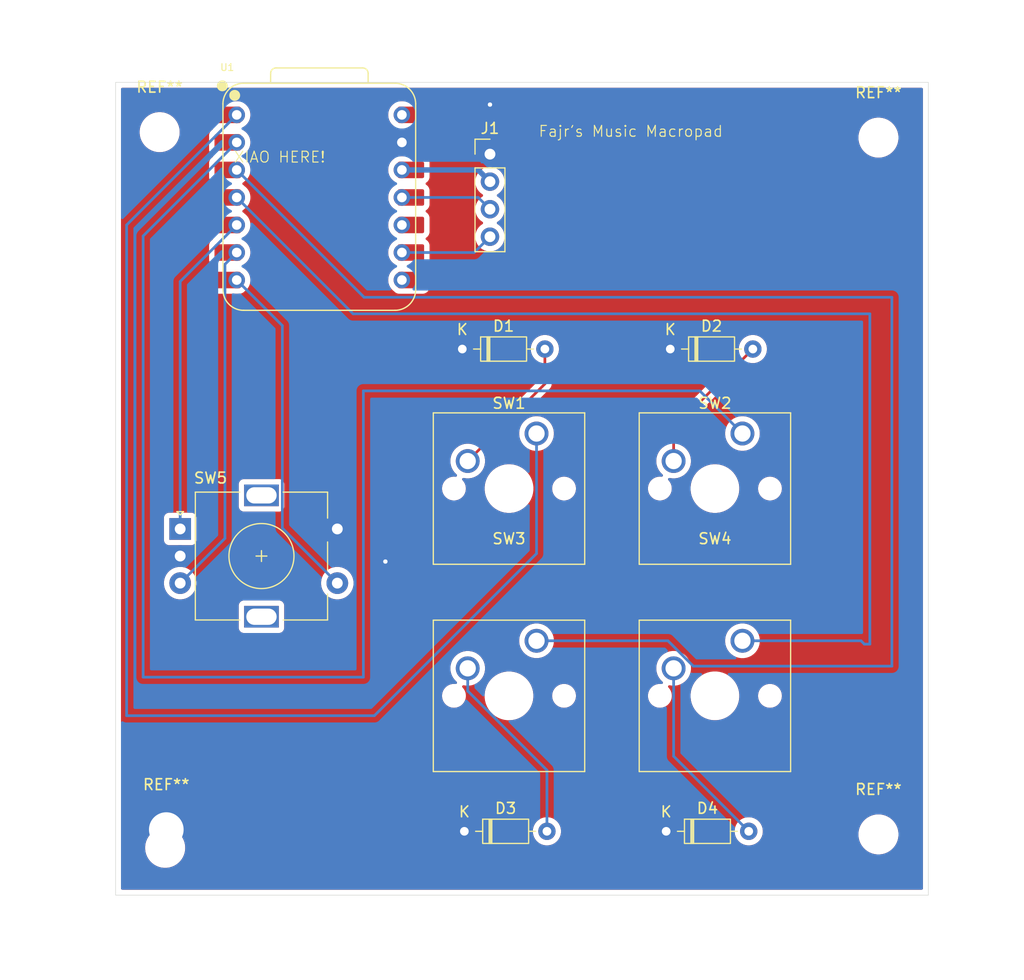
<source format=kicad_pcb>
(kicad_pcb (version 20241229) (generator "pcbnew") (generator_version "9.0")
  (layers (0 "F.Cu" signal) (2 "B.Cu" signal) (13 "F.Paste" user) (15 "B.Paste" user) (5 "F.SilkS" user "F.Silkscreen") (7 "B.SilkS" user "B.Silkscreen") (1 "F.Mask" user) (3 "B.Mask" user) (25 "Edge.Cuts" user))
  (net 0 "")
  (net 1 "Net-(D1-A)")
  (net 2 "GND")
  (net 3 "Net-(D2-A)")
  (net 4 "Net-(D3-A)")
  (net 5 "Net-(D4-A)")
  (net 6 "/I2C_SDA")
  (net 7 "+3V3")
  (net 8 "/I2C_SCL")
  (net 9 "/KEY_PLAY")
  (net 10 "/KEY_PREV")
  (net 11 "/KEY_NEXT")
  (net 12 "/KEY_REPLAY")
  (net 13 "/ENC_A")
  (net 14 "/ENC_SW")
  (net 15 "/ENC_B")
  (net 19 "VBUS")
  (footprint "Rotary_Encoder:RotaryEncoder_Alps_EC11E-Switch_Vertical_H20mm" (layer "F.Cu") (at 37.962 74.208)
    (property "Reference" "SW5" (at 2.8 -4.7 0) (layer "F.SilkS"))
    (property "Value" "RotaryEncoder_Switch")
    (fp_line (start -0.3 -1.6) (end 0.3 -1.6) (stroke (width 0.12)) (layer "F.SilkS"))
    (fp_line (start 0 -1.3) (end -0.3 -1.6) (stroke (width 0.12)) (layer "F.SilkS"))
    (fp_line (start 0.3 -1.6) (end 0 -1.3) (stroke (width 0.12)) (layer "F.SilkS"))
    (fp_line (start 1.4 -3.4) (end 1.4 8.4) (stroke (width 0.12)) (layer "F.SilkS"))
    (fp_line (start 5.5 -3.4) (end 1.4 -3.4) (stroke (width 0.12)) (layer "F.SilkS"))
    (fp_line (start 5.5 8.4) (end 1.4 8.4) (stroke (width 0.12)) (layer "F.SilkS"))
    (fp_line (start 7 2.5) (end 8 2.5) (stroke (width 0.12)) (layer "F.SilkS"))
    (fp_line (start 7.5 2) (end 7.5 3) (stroke (width 0.12)) (layer "F.SilkS"))
    (fp_line (start 9.5 -3.4) (end 13.6 -3.4) (stroke (width 0.12)) (layer "F.SilkS"))
    (fp_line (start 13.6 -3.4) (end 13.6 -1) (stroke (width 0.12)) (layer "F.SilkS"))
    (fp_line (start 13.6 1.2) (end 13.6 3.8) (stroke (width 0.12)) (layer "F.SilkS"))
    (fp_line (start 13.6 6) (end 13.6 8.4) (stroke (width 0.12)) (layer "F.SilkS"))
    (fp_line (start 13.6 8.4) (end 9.5 8.4) (stroke (width 0.12)) (layer "F.SilkS"))
    (fp_circle (center 7.5 2.5) (end 10.5 2.5) (stroke (width 0.12)) (fill no) (layer "F.SilkS"))
    (pad "A" thru_hole rect (at 0 0) (size 2 2) (drill 1) (layers "*.Cu" "*.Mask") (net 13 "/ENC_A"))
    (pad "B" thru_hole circle (at 0 5) (size 2 2) (drill 1) (layers "*.Cu" "*.Mask") (net 15 "/ENC_B"))
    (pad "C" thru_hole circle (at 0 2.5) (size 2 2) (drill 1) (layers "*.Cu" "*.Mask") (net 2 "GND"))
    (pad "MP" thru_hole rect (at 7.5 -3.1) (size 3.2 2) (drill oval 2.8 1.5) (layers "*.Cu" "*.Mask"))
    (pad "MP" thru_hole rect (at 7.5 8.1) (size 3.2 2) (drill oval 2.8 1.5) (layers "*.Cu" "*.Mask"))
    (pad "S1" thru_hole circle (at 14.5 5) (size 2 2) (drill 1) (layers "*.Cu" "*.Mask") (net 14 "/ENC_SW"))
    (pad "S2" thru_hole circle (at 14.5 0) (size 2 2) (drill 1) (layers "*.Cu" "*.Mask") (net 2 "GND"))
  )
  (footprint "MountingHole:MountingHole_3.2mm_M3" (layer "F.Cu") (at 36.068 37.592)
    (property "Reference" "REF**" (at 0 -4.15 0) (layer "F.SilkS"))
    (property "Value" "MountingHole_3.2mm_M3")
    (pad "" np_thru_hole circle (at 0 0) (size 3.2 3.2) (drill 3.2) (layers "*.Cu" "*.Mask"))
  )
  (footprint "Button_Switch_Keyboard:SW_Cherry_MX_1.00u_PCB" (layer "F.Cu") (at 89.844 84.528)
    (property "Reference" "SW4" (at -2.54 -9.42 0) (layer "F.SilkS"))
    (property "Value" "SW_Push")
    (fp_line (start -9.525 -1.905) (end 4.445 -1.905) (stroke (width 0.12)) (layer "F.SilkS"))
    (fp_line (start -9.525 12.065) (end -9.525 -1.905) (stroke (width 0.12)) (layer "F.SilkS"))
    (fp_line (start 4.445 -1.905) (end 4.445 12.065) (stroke (width 0.12)) (layer "F.SilkS"))
    (fp_line (start 4.445 12.065) (end -9.525 12.065) (stroke (width 0.12)) (layer "F.SilkS"))
    (pad "" np_thru_hole circle (at -7.62 5.08) (size 1.7 1.7) (drill 1.7) (layers "*.Cu" "*.Mask"))
    (pad "" np_thru_hole circle (at -2.54 5.08) (size 4 4) (drill 4) (layers "*.Cu" "*.Mask"))
    (pad "" np_thru_hole circle (at 2.54 5.08) (size 1.7 1.7) (drill 1.7) (layers "*.Cu" "*.Mask"))
    (pad "1" thru_hole circle (at 0 0) (size 2.2 2.2) (drill 1.5) (layers "*.Cu" "*.Mask") (net 11 "/KEY_NEXT"))
    (pad "2" thru_hole circle (at -6.35 2.54) (size 2.2 2.2) (drill 1.5) (layers "*.Cu" "*.Mask") (net 5 "Net-(D4-A)"))
  )
  (footprint "MountingHole:MountingHole_3.2mm_M3" (layer "F.Cu") (at 36.68 101.95)
    (property "Reference" "REF**" (at 0 -4.15 0) (layer "F.SilkS"))
    (property "Value" "MountingHole_3.2mm_M3")
    (pad "" np_thru_hole circle (at 0 0) (size 3.2 3.2) (drill 3.2) (layers "*.Cu" "*.Mask"))
  )
  (footprint "Diode_THT:D_DO-35_SOD27_P7.62mm_Horizontal" (layer "F.Cu") (at 83.184 57.608)
    (property "Reference" "D2" (at 3.81 -2.12 0) (layer "F.SilkS"))
    (property "Value" "1N4148")
    (fp_line (start 1.04 0) (end 1.69 0) (stroke (width 0.12)) (layer "F.SilkS"))
    (fp_line (start 2.29 -1.12) (end 2.29 1.12) (stroke (width 0.12)) (layer "F.SilkS"))
    (fp_line (start 2.41 -1.12) (end 2.41 1.12) (stroke (width 0.12)) (layer "F.SilkS"))
    (fp_line (start 2.53 -1.12) (end 2.53 1.12) (stroke (width 0.12)) (layer "F.SilkS"))
    (fp_line (start 6.58 0) (end 5.93 0) (stroke (width 0.12)) (layer "F.SilkS"))
    (fp_rect (start 1.69 -1.12) (end 5.93 1.12) (stroke (width 0.12)) (fill no) (layer "F.SilkS"))
    (fp_text user "K" (at 0 -1.8 0) (layer "F.SilkS"))
    (pad "1" thru_hole roundrect (at 0 0) (size 1.6 1.6) (drill 0.8) (layers "*.Cu" "*.Mask") (roundrect_rratio 0.15625) (net 2 "GND"))
    (pad "2" thru_hole circle (at 7.62 0) (size 1.6 1.6) (drill 0.8) (layers "*.Cu" "*.Mask") (net 3 "Net-(D2-A)"))
  )
  (footprint "Seeed_XIAO:XIAO-RP2040-DIP" (layer "F.Cu") (at 50.8 43.62)
    (property "Reference" "U1" (at -8.5 -12 0) (layer "F.SilkS") (effects (font (size 0.635 0.635) (thickness 0.1016))))
    (property "Value" "XIAO-RP2040-DIP")
    (fp_line (start -8.89 8.509) (end -8.89 -8.636) (stroke (width 0.127)) (layer "F.SilkS"))
    (fp_line (start -6.985 10.414) (end 6.985 10.414) (stroke (width 0.127)) (layer "F.SilkS"))
    (fp_line (start -4.495 -10.541) (end -4.491272 -11.451272) (stroke (width 0.127)) (layer "F.SilkS"))
    (fp_line (start -3.991272 -11.951) (end 4.004 -11.951) (stroke (width 0.127)) (layer "F.SilkS"))
    (fp_line (start 4.504 -11.451) (end 4.504 -10.541) (stroke (width 0.127)) (layer "F.SilkS"))
    (fp_line (start 6.985 -10.541) (end -6.985 -10.541) (stroke (width 0.1)) (layer "F.SilkS"))
    (fp_line (start 6.985 -10.541) (end -6.985 -10.541) (stroke (width 0.127)) (layer "F.SilkS"))
    (fp_line (start 8.89 8.509) (end 8.89 -8.636) (stroke (width 0.127)) (layer "F.SilkS"))
    (fp_arc (start -8.89 -8.636) (mid -8.332038 -9.983038) (end -6.985 -10.541) (stroke (width 0.127)) (layer "F.SilkS"))
    (fp_arc (start -6.985 10.414) (mid -8.332038 9.856038) (end -8.89 8.509) (stroke (width 0.127)) (layer "F.SilkS"))
    (fp_arc (start -4.491272 -11.451272) (mid -4.344728 -11.80464) (end -3.991272 -11.951) (stroke (width 0.127)) (layer "F.SilkS"))
    (fp_arc (start 4.004 -11.951) (mid 4.357553 -11.804553) (end 4.504 -11.451) (stroke (width 0.127)) (layer "F.SilkS"))
    (fp_arc (start 6.985 -10.541) (mid 8.332038 -9.983038) (end 8.89 -8.636) (stroke (width 0.127)) (layer "F.SilkS"))
    (fp_arc (start 8.89 8.509) (mid 8.332038 9.856038) (end 6.985 10.414) (stroke (width 0.127)) (layer "F.SilkS"))
    (fp_circle (center -8.95 -10.3) (end -8.95 -10.554) (stroke (width 0.5)) (fill yes) (layer "F.SilkS"))
    (fp_circle (center -7.807 -9.42) (end -7.807 -9.674) (stroke (width 0.5)) (fill yes) (layer "F.SilkS"))
    (pad "1" smd roundrect (at -8.455 -7.62 180) (size 2.432 1.524) (layers "F.Cu" "F.Mask") (roundrect_rratio 0.1) (net 9 "/KEY_PLAY"))
    (pad "1" thru_hole circle (at -7.62 -7.62 180) (size 1.524 1.524) (drill 0.889) (layers "*.Cu" "*.Mask") (net 9 "/KEY_PLAY"))
    (pad "2" smd roundrect (at -8.455 -5.08 180) (size 2.432 1.524) (layers "F.Cu" "F.Mask") (roundrect_rratio 0.1) (net 12 "/KEY_REPLAY"))
    (pad "2" thru_hole circle (at -7.62 -5.08 180) (size 1.524 1.524) (drill 0.889) (layers "*.Cu" "*.Mask") (net 12 "/KEY_REPLAY"))
    (pad "3" smd roundrect (at -8.455 -2.54 180) (size 2.432 1.524) (layers "F.Cu" "F.Mask") (roundrect_rratio 0.1) (net 10 "/KEY_PREV"))
    (pad "3" thru_hole circle (at -7.62 -2.54 180) (size 1.524 1.524) (drill 0.889) (layers "*.Cu" "*.Mask") (net 10 "/KEY_PREV"))
    (pad "4" smd roundrect (at -8.455 0 180) (size 2.432 1.524) (layers "F.Cu" "F.Mask") (roundrect_rratio 0.1) (net 11 "/KEY_NEXT"))
    (pad "4" thru_hole circle (at -7.62 0 180) (size 1.524 1.524) (drill 0.889) (layers "*.Cu" "*.Mask") (net 11 "/KEY_NEXT"))
    (pad "5" smd roundrect (at -8.455 2.54 180) (size 2.432 1.524) (layers "F.Cu" "F.Mask") (roundrect_rratio 0.1) (net 13 "/ENC_A"))
    (pad "5" thru_hole circle (at -7.62 2.54 180) (size 1.524 1.524) (drill 0.889) (layers "*.Cu" "*.Mask") (net 13 "/ENC_A"))
    (pad "6" smd roundrect (at -8.455 5.08 180) (size 2.432 1.524) (layers "F.Cu" "F.Mask") (roundrect_rratio 0.1) (net 15 "/ENC_B"))
    (pad "6" thru_hole circle (at -7.62 5.08 180) (size 1.524 1.524) (drill 0.889) (layers "*.Cu" "*.Mask") (net 15 "/ENC_B"))
    (pad "7" smd roundrect (at -8.455 7.62 180) (size 2.432 1.524) (layers "F.Cu" "F.Mask") (roundrect_rratio 0.1) (net 14 "/ENC_SW"))
    (pad "7" thru_hole circle (at -7.62 7.62 180) (size 1.524 1.524) (drill 0.889) (layers "*.Cu" "*.Mask") (net 14 "/ENC_SW"))
    (pad "8" thru_hole circle (at 7.62 7.62) (size 1.524 1.524) (drill 0.889) (layers "*.Cu" "*.Mask"))
    (pad "8" smd roundrect (at 8.455 7.62) (size 2.432 1.524) (layers "F.Cu" "F.Mask") (roundrect_rratio 0.1))
    (pad "9" thru_hole circle (at 7.62 5.08) (size 1.524 1.524) (drill 0.889) (layers "*.Cu" "*.Mask") (net 6 "/I2C_SDA"))
    (pad "9" smd roundrect (at 8.455 5.08) (size 2.432 1.524) (layers "F.Cu" "F.Mask") (roundrect_rratio 0.1) (net 6 "/I2C_SDA"))
    (pad "10" thru_hole circle (at 7.62 2.54) (size 1.524 1.524) (drill 0.889) (layers "*.Cu" "*.Mask"))
    (pad "10" smd roundrect (at 8.455 2.54) (size 2.432 1.524) (layers "F.Cu" "F.Mask") (roundrect_rratio 0.1))
    (pad "11" thru_hole circle (at 7.62 0) (size 1.524 1.524) (drill 0.889) (layers "*.Cu" "*.Mask") (net 8 "/I2C_SCL"))
    (pad "11" smd roundrect (at 8.455 0) (size 2.432 1.524) (layers "F.Cu" "F.Mask") (roundrect_rratio 0.1) (net 8 "/I2C_SCL"))
    (pad "12" thru_hole circle (at 7.62 -2.54) (size 1.524 1.524) (drill 0.889) (layers "*.Cu" "*.Mask") (net 7 "+3V3"))
    (pad "12" smd roundrect (at 8.455 -2.54) (size 2.432 1.524) (layers "F.Cu" "F.Mask") (roundrect_rratio 0.1) (net 7 "+3V3"))
    (pad "13" thru_hole circle (at 7.62 -5.08) (size 1.524 1.524) (drill 0.889) (layers "*.Cu" "*.Mask") (net 2 "GND"))
    (pad "13" smd roundrect (at 8.455 -5.08) (size 2.432 1.524) (layers "F.Cu" "F.Mask") (roundrect_rratio 0.1) (net 2 "GND"))
    (pad "14" thru_hole circle (at 7.62 -7.62) (size 1.524 1.524) (drill 0.889) (layers "*.Cu" "*.Mask") (net 19 "VBUS"))
    (pad "14" smd roundrect (at 8.455 -7.62) (size 2.432 1.524) (layers "F.Cu" "F.Mask") (roundrect_rratio 0.1) (net 19 "VBUS"))
  )
  (footprint "Diode_THT:D_DO-35_SOD27_P7.62mm_Horizontal" (layer "F.Cu") (at 82.804 102.108)
    (property "Reference" "D4" (at 3.81 -2.12 0) (layer "F.SilkS"))
    (property "Value" "1N4148")
    (fp_line (start 1.04 0) (end 1.69 0) (stroke (width 0.12)) (layer "F.SilkS"))
    (fp_line (start 2.29 -1.12) (end 2.29 1.12) (stroke (width 0.12)) (layer "F.SilkS"))
    (fp_line (start 2.41 -1.12) (end 2.41 1.12) (stroke (width 0.12)) (layer "F.SilkS"))
    (fp_line (start 2.53 -1.12) (end 2.53 1.12) (stroke (width 0.12)) (layer "F.SilkS"))
    (fp_line (start 6.58 0) (end 5.93 0) (stroke (width 0.12)) (layer "F.SilkS"))
    (fp_rect (start 1.69 -1.12) (end 5.93 1.12) (stroke (width 0.12)) (fill no) (layer "F.SilkS"))
    (fp_text user "K" (at 0 -1.8 0) (layer "F.SilkS"))
    (pad "1" thru_hole roundrect (at 0 0) (size 1.6 1.6) (drill 0.8) (layers "*.Cu" "*.Mask") (roundrect_rratio 0.15625) (net 2 "GND"))
    (pad "2" thru_hole circle (at 7.62 0) (size 1.6 1.6) (drill 0.8) (layers "*.Cu" "*.Mask") (net 5 "Net-(D4-A)"))
  )
  (footprint "Button_Switch_Keyboard:SW_Cherry_MX_1.00u_PCB" (layer "F.Cu") (at 70.844 65.402)
    (property "Reference" "SW1" (at -2.54 -2.794 0) (layer "F.SilkS"))
    (property "Value" "SW_Push")
    (fp_line (start -9.525 -1.905) (end 4.445 -1.905) (stroke (width 0.12)) (layer "F.SilkS"))
    (fp_line (start -9.525 12.065) (end -9.525 -1.905) (stroke (width 0.12)) (layer "F.SilkS"))
    (fp_line (start 4.445 -1.905) (end 4.445 12.065) (stroke (width 0.12)) (layer "F.SilkS"))
    (fp_line (start 4.445 12.065) (end -9.525 12.065) (stroke (width 0.12)) (layer "F.SilkS"))
    (pad "" np_thru_hole circle (at -7.62 5.08) (size 1.7 1.7) (drill 1.7) (layers "*.Cu" "*.Mask"))
    (pad "" np_thru_hole circle (at -2.54 5.08) (size 4 4) (drill 4) (layers "*.Cu" "*.Mask"))
    (pad "" np_thru_hole circle (at 2.54 5.08) (size 1.7 1.7) (drill 1.7) (layers "*.Cu" "*.Mask"))
    (pad "1" thru_hole circle (at 0 0) (size 2.2 2.2) (drill 1.5) (layers "*.Cu" "*.Mask") (net 9 "/KEY_PLAY"))
    (pad "2" thru_hole circle (at -6.35 2.54) (size 2.2 2.2) (drill 1.5) (layers "*.Cu" "*.Mask") (net 1 "Net-(D1-A)"))
  )
  (footprint "MountingHole:MountingHole_3.2mm_M3" (layer "F.Cu") (at 102.39375 102.39375)
    (property "Reference" "REF**" (at 0 -4.15 0) (layer "F.SilkS"))
    (property "Value" "MountingHole_3.2mm_M3")
    (pad "" np_thru_hole circle (at 0 0) (size 3.2 3.2) (drill 3.2) (layers "*.Cu" "*.Mask"))
  )
  (footprint "Button_Switch_Keyboard:SW_Cherry_MX_1.00u_PCB" (layer "F.Cu") (at 70.844 84.528)
    (property "Reference" "SW3" (at -2.54 -9.42 0) (layer "F.SilkS"))
    (property "Value" "SW_Push")
    (fp_line (start -9.525 -1.905) (end 4.445 -1.905) (stroke (width 0.12)) (layer "F.SilkS"))
    (fp_line (start -9.525 12.065) (end -9.525 -1.905) (stroke (width 0.12)) (layer "F.SilkS"))
    (fp_line (start 4.445 -1.905) (end 4.445 12.065) (stroke (width 0.12)) (layer "F.SilkS"))
    (fp_line (start 4.445 12.065) (end -9.525 12.065) (stroke (width 0.12)) (layer "F.SilkS"))
    (pad "" np_thru_hole circle (at -7.62 5.08) (size 1.7 1.7) (drill 1.7) (layers "*.Cu" "*.Mask"))
    (pad "" np_thru_hole circle (at -2.54 5.08) (size 4 4) (drill 4) (layers "*.Cu" "*.Mask"))
    (pad "" np_thru_hole circle (at 2.54 5.08) (size 1.7 1.7) (drill 1.7) (layers "*.Cu" "*.Mask"))
    (pad "1" thru_hole circle (at 0 0) (size 2.2 2.2) (drill 1.5) (layers "*.Cu" "*.Mask") (net 10 "/KEY_PREV"))
    (pad "2" thru_hole circle (at -6.35 2.54) (size 2.2 2.2) (drill 1.5) (layers "*.Cu" "*.Mask") (net 4 "Net-(D3-A)"))
  )
  (footprint "Diode_THT:D_DO-35_SOD27_P7.62mm_Horizontal" (layer "F.Cu") (at 63.994 57.608)
    (property "Reference" "D1" (at 3.81 -2.12 0) (layer "F.SilkS"))
    (property "Value" "1N4148")
    (fp_line (start 1.04 0) (end 1.69 0) (stroke (width 0.12)) (layer "F.SilkS"))
    (fp_line (start 2.29 -1.12) (end 2.29 1.12) (stroke (width 0.12)) (layer "F.SilkS"))
    (fp_line (start 2.41 -1.12) (end 2.41 1.12) (stroke (width 0.12)) (layer "F.SilkS"))
    (fp_line (start 2.53 -1.12) (end 2.53 1.12) (stroke (width 0.12)) (layer "F.SilkS"))
    (fp_line (start 6.58 0) (end 5.93 0) (stroke (width 0.12)) (layer "F.SilkS"))
    (fp_rect (start 1.69 -1.12) (end 5.93 1.12) (stroke (width 0.12)) (fill no) (layer "F.SilkS"))
    (fp_text user "K" (at 0 -1.8 0) (layer "F.SilkS"))
    (pad "1" thru_hole roundrect (at 0 0) (size 1.6 1.6) (drill 0.8) (layers "*.Cu" "*.Mask") (roundrect_rratio 0.15625) (net 2 "GND"))
    (pad "2" thru_hole circle (at 7.62 0) (size 1.6 1.6) (drill 0.8) (layers "*.Cu" "*.Mask") (net 1 "Net-(D1-A)"))
  )
  (footprint "Connector_PinHeader_2.54mm:PinHeader_1x04_P2.54mm_Vertical" (layer "F.Cu") (at 66.548 39.624)
    (property "Reference" "J1" (at 0 -2.38 0) (layer "F.SilkS"))
    (property "Value" "Conn_01x04")
    (fp_line (start -1.38 -1.38) (end 0 -1.38) (stroke (width 0.12)) (layer "F.SilkS"))
    (fp_line (start -1.38 0) (end -1.38 -1.38) (stroke (width 0.12)) (layer "F.SilkS"))
    (fp_line (start -1.38 1.27) (end -1.38 9) (stroke (width 0.12)) (layer "F.SilkS"))
    (fp_line (start -1.38 1.27) (end 1.38 1.27) (stroke (width 0.12)) (layer "F.SilkS"))
    (fp_line (start -1.38 9) (end 1.38 9) (stroke (width 0.12)) (layer "F.SilkS"))
    (fp_line (start 1.38 1.27) (end 1.38 9) (stroke (width 0.12)) (layer "F.SilkS"))
    (pad "1" thru_hole rect (at 0 0) (size 1.7 1.7) (drill 1) (layers "*.Cu" "*.Mask") (net 2 "GND"))
    (pad "2" thru_hole circle (at 0 2.54) (size 1.7 1.7) (drill 1) (layers "*.Cu" "*.Mask") (net 7 "+3V3"))
    (pad "3" thru_hole circle (at 0 5.08) (size 1.7 1.7) (drill 1) (layers "*.Cu" "*.Mask") (net 8 "/I2C_SCL"))
    (pad "4" thru_hole circle (at 0 7.62) (size 1.7 1.7) (drill 1) (layers "*.Cu" "*.Mask") (net 6 "/I2C_SDA"))
  )
  (footprint "MountingHole:MountingHole_3.2mm_M3" (layer "F.Cu") (at 102.39375 38.1)
    (property "Reference" "REF**" (at 0 -4.15 0) (layer "F.SilkS"))
    (property "Value" "MountingHole_3.2mm_M3")
    (pad "" np_thru_hole circle (at 0 0) (size 3.2 3.2) (drill 3.2) (layers "*.Cu" "*.Mask"))
  )
  (footprint "Diode_THT:D_DO-35_SOD27_P7.62mm_Horizontal" (layer "F.Cu") (at 64.184 102.108)
    (property "Reference" "D3" (at 3.81 -2.12 0) (layer "F.SilkS"))
    (property "Value" "1N4148")
    (fp_line (start 1.04 0) (end 1.69 0) (stroke (width 0.12)) (layer "F.SilkS"))
    (fp_line (start 2.29 -1.12) (end 2.29 1.12) (stroke (width 0.12)) (layer "F.SilkS"))
    (fp_line (start 2.41 -1.12) (end 2.41 1.12) (stroke (width 0.12)) (layer "F.SilkS"))
    (fp_line (start 2.53 -1.12) (end 2.53 1.12) (stroke (width 0.12)) (layer "F.SilkS"))
    (fp_line (start 6.58 0) (end 5.93 0) (stroke (width 0.12)) (layer "F.SilkS"))
    (fp_rect (start 1.69 -1.12) (end 5.93 1.12) (stroke (width 0.12)) (fill no) (layer "F.SilkS"))
    (fp_text user "K" (at 0 -1.8 0) (layer "F.SilkS"))
    (pad "1" thru_hole roundrect (at 0 0) (size 1.6 1.6) (drill 0.8) (layers "*.Cu" "*.Mask") (roundrect_rratio 0.15625) (net 2 "GND"))
    (pad "2" thru_hole circle (at 7.62 0) (size 1.6 1.6) (drill 0.8) (layers "*.Cu" "*.Mask") (net 4 "Net-(D3-A)"))
  )
  (footprint "Button_Switch_Keyboard:SW_Cherry_MX_1.00u_PCB" (layer "F.Cu") (at 89.844 65.402)
    (property "Reference" "SW2" (at -2.54 -2.794 0) (layer "F.SilkS"))
    (property "Value" "SW_Push")
    (fp_line (start -9.525 -1.905) (end 4.445 -1.905) (stroke (width 0.12)) (layer "F.SilkS"))
    (fp_line (start -9.525 12.065) (end -9.525 -1.905) (stroke (width 0.12)) (layer "F.SilkS"))
    (fp_line (start 4.445 -1.905) (end 4.445 12.065) (stroke (width 0.12)) (layer "F.SilkS"))
    (fp_line (start 4.445 12.065) (end -9.525 12.065) (stroke (width 0.12)) (layer "F.SilkS"))
    (pad "" np_thru_hole circle (at -7.62 5.08) (size 1.7 1.7) (drill 1.7) (layers "*.Cu" "*.Mask"))
    (pad "" np_thru_hole circle (at -2.54 5.08) (size 4 4) (drill 4) (layers "*.Cu" "*.Mask"))
    (pad "" np_thru_hole circle (at 2.54 5.08) (size 1.7 1.7) (drill 1.7) (layers "*.Cu" "*.Mask"))
    (pad "1" thru_hole circle (at 0 0) (size 2.2 2.2) (drill 1.5) (layers "*.Cu" "*.Mask") (net 12 "/KEY_REPLAY"))
    (pad "2" thru_hole circle (at -6.35 2.54) (size 2.2 2.2) (drill 1.5) (layers "*.Cu" "*.Mask") (net 3 "Net-(D2-A)"))
  )
  (gr_rect (start 32 33) (end 107 108) (stroke (width 0.05)) (fill no) (layer "Edge.Cuts"))
  (gr_text "Fajr's Music Macropad" (at 88.10625 38.1 0) (layer "F.SilkS") (effects (font (size 1 1) (thickness 0.1)) (justify right bottom)))
  (gr_text "XIAO HERE!" (at 42.8625 40.48125 0) (layer "F.SilkS") (effects (font (size 1 1) (thickness 0.1)) (justify left bottom)))
  (segment (start 64.494 67.942) (end 71.614 60.822) (width 0.25) (layer "F.Cu") (net 1))
  (segment (start 71.614 60.822) (end 71.614 57.608) (width 0.25) (layer "F.Cu") (net 1))
  (via (at 56.896 77.216) (size 0.8) (drill 0.4) (layers "F.Cu" "B.Cu") (net 2))
  (via (at 66.548 35.052) (size 0.8) (drill 0.4) (layers "F.Cu" "B.Cu") (net 2))
  (segment (start 83.494 64.918) (end 90.804 57.608) (width 0.25) (layer "F.Cu") (net 3))
  (segment (start 83.494 67.942) (end 83.494 64.918) (width 0.25) (layer "F.Cu") (net 3))
  (segment (start 64.494 89.158171) (end 71.804 96.468171) (width 0.25) (layer "B.Cu") (net 4))
  (segment (start 71.804 96.468171) (end 71.804 102.108) (width 0.25) (layer "B.Cu") (net 4))
  (segment (start 64.494 87.068) (end 64.494 89.158171) (width 0.25) (layer "B.Cu") (net 4))
  (segment (start 83.494 95.178) (end 90.424 102.108) (width 0.25) (layer "B.Cu") (net 5))
  (segment (start 83.494 87.068) (end 83.494 95.178) (width 0.25) (layer "B.Cu") (net 5))
  (segment (start 58.42 48.7) (end 65.092 48.7) (width 0.25) (layer "B.Cu") (net 6))
  (segment (start 65.092 48.7) (end 66.548 47.244) (width 0.25) (layer "B.Cu") (net 6))
  (segment (start 58.42 41.08) (end 65.464 41.08) (width 0.5) (layer "B.Cu") (net 7))
  (segment (start 65.464 41.08) (end 66.548 42.164) (width 0.5) (layer "B.Cu") (net 7))
  (segment (start 58.42 43.62) (end 65.464 43.62) (width 0.25) (layer "B.Cu") (net 8))
  (segment (start 65.464 43.62) (end 66.548 44.704) (width 0.25) (layer "B.Cu") (net 8))
  (segment (start 43.18 36) (end 33.02 46.16) (width 0.25) (layer "B.Cu") (net 9))
  (segment (start 33.02 46.16) (end 33.02 91.44) (width 0.25) (layer "B.Cu") (net 9))
  (segment (start 55.88 91.44) (end 70.844 76.476) (width 0.25) (layer "B.Cu") (net 9))
  (segment (start 70.844 76.476) (end 70.844 65.402) (width 0.25) (layer "B.Cu") (net 9))
  (segment (start 33.02 91.44) (end 55.88 91.44) (width 0.25) (layer "B.Cu") (net 9))
  (segment (start 82.970669 84.528) (end 70.844 84.528) (width 0.25) (layer "B.Cu") (net 10))
  (segment (start 103.632 52.832) (end 103.632 86.868) (width 0.25) (layer "B.Cu") (net 10))
  (segment (start 54.932 52.832) (end 103.632 52.832) (width 0.25) (layer "B.Cu") (net 10))
  (segment (start 85.310669 86.868) (end 82.970669 84.528) (width 0.25) (layer "B.Cu") (net 10))
  (segment (start 43.18 41.08) (end 54.932 52.832) (width 0.25) (layer "B.Cu") (net 10))
  (segment (start 103.632 86.868) (end 85.310669 86.868) (width 0.25) (layer "B.Cu") (net 10))
  (segment (start 101.092 84.836) (end 100.784 84.528) (width 0.25) (layer "B.Cu") (net 11))
  (segment (start 101.6 54.356) (end 101.6 84.836) (width 0.25) (layer "B.Cu") (net 11))
  (segment (start 100.784 84.528) (end 89.844 84.528) (width 0.25) (layer "B.Cu") (net 11))
  (segment (start 53.916 54.356) (end 101.6 54.356) (width 0.25) (layer "B.Cu") (net 11))
  (segment (start 43.18 43.62) (end 53.916 54.356) (width 0.25) (layer "B.Cu") (net 11))
  (segment (start 101.6 84.836) (end 101.092 84.836) (width 0.25) (layer "B.Cu") (net 11))
  (segment (start 43.18 38.54) (end 34.544 47.176) (width 0.25) (layer "B.Cu") (net 12))
  (segment (start 54.864 87.884) (end 54.864 61.468) (width 0.25) (layer "B.Cu") (net 12))
  (segment (start 85.91 61.468) (end 89.844 65.402) (width 0.25) (layer "B.Cu") (net 12))
  (segment (start 54.864 61.468) (end 85.91 61.468) (width 0.25) (layer "B.Cu") (net 12))
  (segment (start 34.544 87.884) (end 54.864 87.884) (width 0.25) (layer "B.Cu") (net 12))
  (segment (start 34.544 47.176) (end 34.544 87.884) (width 0.25) (layer "B.Cu") (net 12))
  (segment (start 43.18 46.16) (end 37.962 51.378) (width 0.25) (layer "B.Cu") (net 13))
  (segment (start 37.962 51.378) (end 37.962 74.208) (width 0.25) (layer "B.Cu") (net 13))
  (segment (start 47.388 74.134) (end 52.462 79.208) (width 0.25) (layer "B.Cu") (net 14))
  (segment (start 47.388 55.448) (end 47.388 74.134) (width 0.25) (layer "B.Cu") (net 14))
  (segment (start 43.18 51.24) (end 47.388 55.448) (width 0.25) (layer "B.Cu") (net 14))
  (segment (start 42.092 49.788) (end 42.092 75.078) (width 0.25) (layer "B.Cu") (net 15))
  (segment (start 43.18 48.7) (end 42.092 49.788) (width 0.25) (layer "B.Cu") (net 15))
  (segment (start 42.092 75.078) (end 37.962 79.208) (width 0.25) (layer "B.Cu") (net 15))
  (zone (net 2) (net_name "GND") (layer "F.Cu") (connect_pads yes (clearance 0.5)) (min_thickness 0.25) (fill yes (thermal_gap 0.5) (thermal_bridge_width 0.5))
    (polygon (pts (xy 30.48 25.908) (xy 113.284 25.908) (xy 113.792 26.416) (xy 113.792 113.792) (xy 112.776 114.808) (xy 25.908 114.808) (xy 24.384 113.284) (xy 24.384 25.4) (xy 29.972 25.4)))
  )
  (zone (net 2) (net_name "GND") (layer "B.Cu") (priority 1) (connect_pads yes (clearance 0.5)) (min_thickness 0.25) (fill yes (thermal_gap 0.5) (thermal_bridge_width 0.5))
    (polygon (pts (xy 27.432 28.448) (xy 111.76 28.448) (xy 115.824 32.512) (xy 115.824 112.776) (xy 112.776 115.824) (xy 21.336 115.824) (xy 21.336 34.544)))
  )
)
</source>
